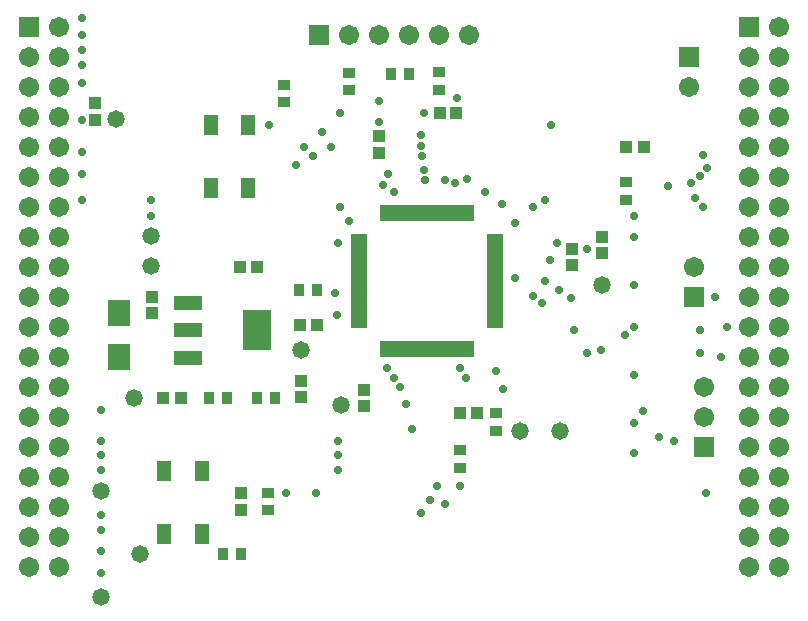
<source format=gts>
G04*
G04 #@! TF.GenerationSoftware,Altium Limited,Altium Designer,19.1.7 (138)*
G04*
G04 Layer_Color=8388736*
%FSLAX25Y25*%
%MOIN*%
G70*
G01*
G75*
%ADD15R,0.02000X0.05500*%
%ADD16R,0.05500X0.02000*%
%ADD17R,0.07296X0.08674*%
%ADD18R,0.04737X0.06706*%
%ADD19R,0.03950X0.04343*%
%ADD20R,0.04343X0.03950*%
%ADD21R,0.03950X0.03950*%
%ADD22R,0.04343X0.03556*%
%ADD23R,0.03556X0.04343*%
%ADD24R,0.09265X0.13595*%
%ADD25R,0.09265X0.04737*%
%ADD26C,0.06706*%
%ADD27R,0.06706X0.06706*%
%ADD28R,0.06706X0.06706*%
%ADD29C,0.05800*%
%ADD30C,0.02800*%
D15*
X477236Y200362D02*
D03*
X479205D02*
D03*
X481173D02*
D03*
X483142D02*
D03*
X485110D02*
D03*
X487079D02*
D03*
X489047D02*
D03*
X491016D02*
D03*
X492984D02*
D03*
X494953D02*
D03*
X496921D02*
D03*
X498890D02*
D03*
X500858D02*
D03*
X502827D02*
D03*
X504795D02*
D03*
X506764D02*
D03*
Y245638D02*
D03*
X504795D02*
D03*
X502827D02*
D03*
X500858D02*
D03*
X498890D02*
D03*
X496921D02*
D03*
X494953D02*
D03*
X492984D02*
D03*
X491016D02*
D03*
X489047D02*
D03*
X487079D02*
D03*
X485110D02*
D03*
X483142D02*
D03*
X481173D02*
D03*
X479205D02*
D03*
X477236D02*
D03*
D16*
X514638Y208236D02*
D03*
Y210205D02*
D03*
Y212173D02*
D03*
Y214142D02*
D03*
Y216110D02*
D03*
Y218079D02*
D03*
Y220047D02*
D03*
Y222016D02*
D03*
Y223984D02*
D03*
Y225953D02*
D03*
Y227921D02*
D03*
Y229890D02*
D03*
Y231858D02*
D03*
Y233827D02*
D03*
Y235795D02*
D03*
Y237764D02*
D03*
X469362D02*
D03*
Y235795D02*
D03*
Y233827D02*
D03*
Y231858D02*
D03*
Y229890D02*
D03*
Y227921D02*
D03*
Y225953D02*
D03*
Y223984D02*
D03*
Y222016D02*
D03*
Y220047D02*
D03*
Y218079D02*
D03*
Y216110D02*
D03*
Y214142D02*
D03*
Y212173D02*
D03*
Y210205D02*
D03*
Y208236D02*
D03*
D17*
X389500Y197520D02*
D03*
Y212480D02*
D03*
D18*
X404500Y138500D02*
D03*
Y159500D02*
D03*
X417000D02*
D03*
Y138500D02*
D03*
X420000Y254000D02*
D03*
Y275000D02*
D03*
X432500D02*
D03*
Y254000D02*
D03*
D19*
X503102Y179000D02*
D03*
X508614D02*
D03*
X429744Y227500D02*
D03*
X435256D02*
D03*
X455256Y208236D02*
D03*
X449744D02*
D03*
X501756Y279000D02*
D03*
X496244D02*
D03*
D20*
X400500Y217756D02*
D03*
Y212244D02*
D03*
X471000Y181244D02*
D03*
Y186756D02*
D03*
X381500Y282256D02*
D03*
Y276744D02*
D03*
X550500Y232244D02*
D03*
Y237756D02*
D03*
X450000Y184244D02*
D03*
Y189756D02*
D03*
X476000Y265744D02*
D03*
Y271256D02*
D03*
X540500Y233756D02*
D03*
Y228244D02*
D03*
X430000Y152256D02*
D03*
Y146744D02*
D03*
D21*
X558548Y267500D02*
D03*
X564453D02*
D03*
X409952Y184000D02*
D03*
X404047D02*
D03*
D22*
X444500Y288453D02*
D03*
Y282547D02*
D03*
X503000Y166500D02*
D03*
Y160594D02*
D03*
X439000Y146547D02*
D03*
Y152453D02*
D03*
X515000Y173094D02*
D03*
Y179000D02*
D03*
X558500Y255953D02*
D03*
Y250047D02*
D03*
X496000Y292500D02*
D03*
Y286595D02*
D03*
X466000Y292453D02*
D03*
Y286547D02*
D03*
D23*
X455453Y220000D02*
D03*
X449547D02*
D03*
X429953Y132000D02*
D03*
X424047D02*
D03*
X419547Y184000D02*
D03*
X425453D02*
D03*
X441453Y184000D02*
D03*
X435547D02*
D03*
X485953Y292000D02*
D03*
X480047D02*
D03*
D24*
X435516Y206500D02*
D03*
D25*
X412484Y197445D02*
D03*
Y206500D02*
D03*
Y215555D02*
D03*
D26*
X584500Y187500D02*
D03*
Y177500D02*
D03*
X609500Y307500D02*
D03*
X599500Y297500D02*
D03*
X609500D02*
D03*
X599500Y287500D02*
D03*
X609500D02*
D03*
X599500Y277500D02*
D03*
X609500D02*
D03*
X599500Y267500D02*
D03*
X609500D02*
D03*
X599500Y257500D02*
D03*
X609500D02*
D03*
X599500Y247500D02*
D03*
X609500D02*
D03*
X599500Y237500D02*
D03*
X609500D02*
D03*
X599500Y227500D02*
D03*
X609500D02*
D03*
X599500Y217500D02*
D03*
X609500D02*
D03*
X599500Y207500D02*
D03*
X609500D02*
D03*
X599500Y197500D02*
D03*
X609500D02*
D03*
X599500Y187500D02*
D03*
X609500D02*
D03*
X599500Y177500D02*
D03*
X609500D02*
D03*
X599500Y167500D02*
D03*
X609500D02*
D03*
X599500Y157500D02*
D03*
X609500D02*
D03*
X599500Y147500D02*
D03*
X609500D02*
D03*
X599500Y137500D02*
D03*
X609500D02*
D03*
X599500Y127500D02*
D03*
X609500D02*
D03*
X581000Y227500D02*
D03*
X579500Y287500D02*
D03*
X369500Y307500D02*
D03*
X359500Y297500D02*
D03*
X369500D02*
D03*
X359500Y287500D02*
D03*
X369500D02*
D03*
X359500Y277500D02*
D03*
X369500D02*
D03*
X359500Y267500D02*
D03*
X369500D02*
D03*
X359500Y257500D02*
D03*
X369500D02*
D03*
X359500Y247500D02*
D03*
X369500D02*
D03*
X359500Y237500D02*
D03*
X369500D02*
D03*
X359500Y227500D02*
D03*
X369500D02*
D03*
X359500Y217500D02*
D03*
X369500D02*
D03*
X359500Y207500D02*
D03*
X369500D02*
D03*
X359500Y197500D02*
D03*
X369500D02*
D03*
X359500Y187500D02*
D03*
X369500D02*
D03*
X359500Y177500D02*
D03*
X369500D02*
D03*
X359500Y167500D02*
D03*
X369500D02*
D03*
X359500Y157500D02*
D03*
X369500D02*
D03*
X359500Y147500D02*
D03*
X369500D02*
D03*
X359500Y137500D02*
D03*
X369500D02*
D03*
X359500Y127500D02*
D03*
X369500D02*
D03*
X466000Y305000D02*
D03*
X476000D02*
D03*
X486000D02*
D03*
X496000D02*
D03*
X506000D02*
D03*
D27*
X584500Y167500D02*
D03*
X599500Y307500D02*
D03*
X581000Y217500D02*
D03*
X579500Y297500D02*
D03*
X359500Y307500D02*
D03*
D28*
X456000Y305000D02*
D03*
D29*
X388500Y277000D02*
D03*
X536500Y173000D02*
D03*
X383500Y117500D02*
D03*
X383500Y153000D02*
D03*
X400000Y238000D02*
D03*
Y228000D02*
D03*
X396500Y132000D02*
D03*
X550500Y221500D02*
D03*
X394500Y184000D02*
D03*
X523000Y173000D02*
D03*
X463500Y181500D02*
D03*
X450000Y200000D02*
D03*
D30*
X541000Y206500D02*
D03*
X545500Y199000D02*
D03*
X462500Y160000D02*
D03*
X383500Y160000D02*
D03*
X462500Y169500D02*
D03*
Y165000D02*
D03*
X515000Y193000D02*
D03*
X517500Y187000D02*
D03*
X400000Y250000D02*
D03*
Y244500D02*
D03*
X377000Y250000D02*
D03*
Y276500D02*
D03*
Y266000D02*
D03*
Y258500D02*
D03*
X377000Y289000D02*
D03*
Y295000D02*
D03*
Y300000D02*
D03*
Y310500D02*
D03*
Y305000D02*
D03*
X583000Y206500D02*
D03*
Y199000D02*
D03*
X572500Y254500D02*
D03*
X511555Y252500D02*
D03*
X517000Y248500D02*
D03*
X561000Y244500D02*
D03*
X561000Y237500D02*
D03*
Y221500D02*
D03*
Y207500D02*
D03*
X561000Y191500D02*
D03*
Y165500D02*
D03*
Y175500D02*
D03*
X533500Y275000D02*
D03*
X383500Y145000D02*
D03*
Y125500D02*
D03*
X383500Y133000D02*
D03*
X383500Y140000D02*
D03*
Y165000D02*
D03*
X383500Y180000D02*
D03*
X383500Y169500D02*
D03*
X476000Y283000D02*
D03*
X478836Y193836D02*
D03*
X530500Y215500D02*
D03*
X445000Y152484D02*
D03*
X455016D02*
D03*
X439500Y275000D02*
D03*
X493000Y150000D02*
D03*
X481000Y190500D02*
D03*
X483142Y187500D02*
D03*
X485142Y182032D02*
D03*
X487110Y173531D02*
D03*
X503000Y154500D02*
D03*
X585500Y260500D02*
D03*
X584000Y265000D02*
D03*
X583000Y258000D02*
D03*
X580000Y255500D02*
D03*
X491000Y260000D02*
D03*
X581500Y250500D02*
D03*
X490500Y264500D02*
D03*
X490000Y268000D02*
D03*
Y271500D02*
D03*
X479205Y258500D02*
D03*
X476000Y275984D02*
D03*
X531500Y250000D02*
D03*
X501500Y255500D02*
D03*
X505500Y257000D02*
D03*
X545500Y233500D02*
D03*
X550000Y200000D02*
D03*
X540000Y217484D02*
D03*
X558000Y205000D02*
D03*
X585000Y152484D02*
D03*
X564000Y179500D02*
D03*
X531500Y222984D02*
D03*
X536000Y220000D02*
D03*
X527500Y247500D02*
D03*
Y218079D02*
D03*
X521500Y242484D02*
D03*
Y223984D02*
D03*
X535500Y235500D02*
D03*
X533000Y229890D02*
D03*
X584000Y247500D02*
D03*
X588000Y217500D02*
D03*
X590000Y197500D02*
D03*
X592000Y207500D02*
D03*
X574500Y169500D02*
D03*
X569500Y171000D02*
D03*
X498000Y148579D02*
D03*
X495500Y154500D02*
D03*
X490000Y145500D02*
D03*
X497900Y256600D02*
D03*
X491500Y256500D02*
D03*
X481173Y252500D02*
D03*
X477236Y255000D02*
D03*
X502000Y284000D02*
D03*
X491000Y279000D02*
D03*
X463000D02*
D03*
X448500Y261500D02*
D03*
X451000Y267500D02*
D03*
X454000Y264500D02*
D03*
X457000Y272500D02*
D03*
X460000Y267500D02*
D03*
X466000Y243000D02*
D03*
X463000Y247500D02*
D03*
X462500Y235795D02*
D03*
X462000Y211500D02*
D03*
X461500Y219000D02*
D03*
X503000Y194000D02*
D03*
X505000Y190500D02*
D03*
M02*

</source>
